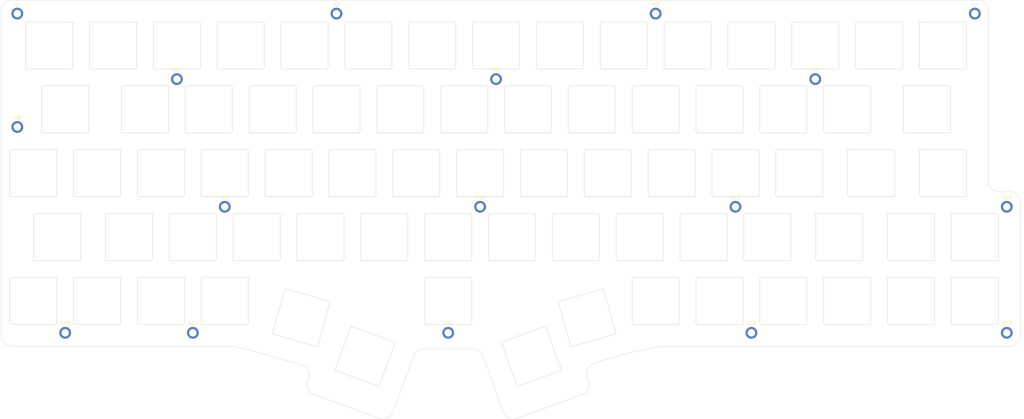
<source format=kicad_pcb>
(kicad_pcb (version 20211014) (generator pcbnew)
  (layers (0 "F.Cu" signal) (31 "B.Cu" signal) (34 "B.Paste" user) (35 "F.Paste" user) (36 "B.SilkS" user "B.Silkscreen") (37 "F.SilkS" user "F.Silkscreen") (38 "B.Mask" user) (39 "F.Mask" user) (44 "Edge.Cuts" user))
  (net 0 "")
  (footprint "MyFootprints:Switch_Cutout" (layer "F.Cu") (at 232.75 57))
  (footprint "MyFootprints:Switch_Cutout" (layer "F.Cu") (at 179.1 81 16))
  (footprint "MyFootprints:Switch_Cutout" (layer "F.Cu") (at 263.625 38))
  (footprint "MyFootprints:MountingHole_2.2mm_M2_ISO7380_Pad" (layer "F.Cu") (at 61.75 85.5))
  (footprint "MyFootprints:MountingHole_2.2mm_M2_ISO7380_Pad" (layer "F.Cu") (at 9.5 -9.5))
  (footprint "MyFootprints:Switch_Cutout" (layer "F.Cu") (at 199.5 19))
  (footprint "MyFootprints:Switch_Cutout" (layer "F.Cu") (at 275.5 76))
  (footprint "MyFootprints:Switch_Cutout" (layer "F.Cu") (at 23.75 19))
  (footprint "MyFootprints:Switch_Cutout" (layer "F.Cu") (at 180.5 19))
  (footprint "MyFootprints:Switch_Cutout" (layer "F.Cu") (at 142.5 19))
  (footprint "MyFootprints:Switch_Cutout" (layer "F.Cu") (at 294.5 76))
  (footprint "MyFootprints:Switch_Cutout" (layer "F.Cu") (at 171 0))
  (footprint "MyFootprints:Switch_Cutout" (layer "F.Cu") (at 104.5 19))
  (footprint "MyFootprints:Switch_Cutout" (layer "F.Cu") (at 218.5 19))
  (footprint "MyFootprints:Switch_Cutout" (layer "F.Cu") (at 194.75 57))
  (footprint "MyFootprints:Switch_Cutout" (layer "F.Cu") (at 218.5 76))
  (footprint "MyFootprints:Switch_Cutout" (layer "F.Cu") (at 76 0))
  (footprint "MyFootprints:Switch_Cutout" (layer "F.Cu") (at 38 0))
  (footprint "MyFootprints:MountingHole_2.2mm_M2_ISO7380_Pad" (layer "F.Cu") (at 57 10))
  (footprint "MyFootprints:Switch_Cutout" (layer "F.Cu") (at 94.025 81 -16))
  (footprint "MyFootprints:MountingHole_2.2mm_M2_ISO7380_Pad" (layer "F.Cu") (at 199.5 -9.5))
  (footprint "MyFootprints:Switch_Cutout" (layer "F.Cu") (at 161.5 19))
  (footprint "MyFootprints:Switch_Cutout" (layer "F.Cu") (at 223.25 38))
  (footprint "MyFootprints:Switch_Cutout" (layer "F.Cu") (at 247 0))
  (footprint "MyFootprints:Switch_Cutout" (layer "F.Cu") (at 204.25 38))
  (footprint "MyFootprints:Switch_Cutout" (layer "F.Cu") (at 113 92.5 70))
  (footprint "MyFootprints:Switch_Cutout" (layer "F.Cu") (at 52.25 38))
  (footprint "MyFootprints:MountingHole_2.2mm_M2_ISO7380_Pad" (layer "F.Cu") (at 71.25 48))
  (footprint "MyFootprints:Switch_Cutout" (layer "F.Cu") (at 71.25 38))
  (footprint "MyFootprints:Switch_Cutout" (layer "F.Cu") (at 57 0))
  (footprint "MyFootprints:Switch_Cutout" (layer "F.Cu") (at 133 0))
  (footprint "MyFootprints:Switch_Cutout" (layer "F.Cu") (at 80.75 57))
  (footprint "MyFootprints:Switch_Cutout" (layer "F.Cu") (at 199.5 76))
  (footprint "MyFootprints:MountingHole_2.2mm_M2_ISO7380_Pad" (layer "F.Cu") (at 304 48))
  (footprint "MyFootprints:MountingHole_2.2mm_M2_ISO7380_Pad" (layer "F.Cu") (at 304 85.5))
  (footprint "MyFootprints:Switch_Cutout" (layer "F.Cu") (at 128.25 38))
  (footprint "MyFootprints:MountingHole_2.2mm_M2_ISO7380_Pad" (layer "F.Cu") (at 152 10))
  (footprint "MyFootprints:Switch_Cutout" (layer "F.Cu") (at 123.5 19))
  (footprint "MyFootprints:MountingHole_2.2mm_M2_ISO7380_Pad" (layer "F.Cu") (at 294.5 -9.5))
  (footprint "MyFootprints:MountingHole_2.2mm_M2_ISO7380_Pad" (layer "F.Cu") (at 223.25 48))
  (footprint "MyFootprints:Switch_Cutout" (layer "F.Cu") (at 33.25 38))
  (footprint "MyFootprints:Switch_Cutout" (layer "F.Cu") (at 21.375 57))
  (footprint "MyFootprints:Switch_Cutout" (layer "F.Cu") (at 285 0))
  (footprint "MyFootprints:Switch_Cutout" (layer "F.Cu") (at 185.25 38))
  (footprint "MyFootprints:Switch_Cutout" (layer "F.Cu") (at 237.5 76))
  (footprint "MyFootprints:Switch_Cutout" (layer "F.Cu") (at 254.125 57))
  (footprint "MyFootprints:Switch_Cutout" (layer "F.Cu") (at 14.25 38))
  (footprint "MyFootprints:Switch_Cutout" (layer "F.Cu") (at 99.75 57))
  (footprint "MyFootprints:Switch_Cutout" (layer "F.Cu") (at 152 0))
  (footprint "MyFootprints:MountingHole_2.2mm_M2_ISO7380_Pad" (layer "F.Cu") (at 147.25 48))
  (footprint "MyFootprints:Switch_Cutout" (layer "F.Cu") (at 19 0))
  (footprint "MyFootprints:Switch_Cutout" (layer "F.Cu") (at 280.25 19))
  (footprint "MyFootprints:Switch_Cutout" (layer "F.Cu") (at 137.75 57))
  (footprint "MyFootprints:Switch_Cutout" (layer "F.Cu") (at 175.75 57))
  (footprint "MyFootprints:Switch_Cutout" (layer "F.Cu") (at 256.5 76))
  (footprint "MyFootprints:Switch_Cutout" (layer "F.Cu") (at 190 0))
  (footprint "MyFootprints:Switch_Cutout" (layer "F.Cu") (at 228 0))
  (footprint "MyFootprints:Switch_Cutout" (layer "F.Cu") (at 52.25 76))
  (footprint "MyFootprints:Switch_Cutout" (layer "F.Cu") (at 162.5 92.5 110))
  (footprint "MyFootprints:Switch_Cutout" (layer "F.Cu") (at 166.25 38))
  (footprint "MyFootprints:Switch_Cutout" (layer "F.Cu") (at 242.25 38))
  (footprint "MyFootprints:Switch_Cutout" (layer "F.Cu") (at 294.5 57))
  (footprint "MyFootprints:Switch_Cutout" (layer "F.Cu") (at 42.75 57))
  (footprint "MyFootprints:MountingHole_2.2mm_M2_ISO7380_Pad" (layer "F.Cu") (at 23.75 85.5))
  (footprint "MyFootprints:Switch_Cutout" (layer "F.Cu") (at 213.75 57))
  (footprint "MyFootprints:Switch_Cutout" (layer "F.Cu") (at 209 0))
  (footprint "MyFootprints:Switch_Cutout" (layer "F.Cu") (at 14.25 76))
  (footprint "MyFootprints:Switch_Cutout" (layer "F.Cu") (at 90.25 38))
  (footprint "MyFootprints:Switch_Cutout" (layer "F.Cu") (at 147.25 38))
  (footprint "MyFootprints:Switch_Cutout" (layer "F.Cu") (at 61.75 57))
  (footprint "MyFootprints:Switch_Cutout" (layer "F.Cu") (at 118.75 57))
  (footprint "MyFootprints:Switch_Cutout" (layer "F.Cu") (at 137.75 76))
  (footprint "MyFootprints:Switch_Cutout" (layer "F.Cu") (at 275.5 57))
  (footprint "MyFootprints:Switch_Cutout" (layer "F.Cu") (at 85.5 19))
  (footprint "MyFootprints:Switch_Cutout" (layer "F.Cu") (at 66.5 19))
  (footprint "MyFootprints:Switch_Cutout" (layer "F.Cu") (at 47.5 19))
  (footprint "MyFootprints:Switch_Cutout" (layer "F.Cu") (at 256.5 19))
  (footprint "MyFootprints:Switch_Cutout" (layer "F.Cu") (at 285 38))
  (footprint "MyFootprints:Switch_Cutout" (layer "F.Cu") (at 156.75 57))
  (footprint "MyFootprints:Switch_Cutout" (layer "F.Cu") (at 33.25 76))
  (footprint "MyFootprints:Switch_Cutout" (layer "F.Cu") (at 237.5 19))
  (footprint "MyFootprints:MountingHole_2.2mm_M2_ISO7380_Pad" (layer "F.Cu") (at 104.5 -9.5))
  (footprint "MyFootprints:Switch_Cutout" (layer "F.Cu") (at 95 0))
  (footprint "MyFootprints:MountingHole_2.2mm_M2_ISO7380_Pad" (layer "F.Cu") (at 247 10))
  (footprint "MyFootprints:Switch_Cutout" (layer "F.Cu") (at 109.25 38))
  (footprint "MyFootprints:MountingHole_2.2mm_M2_ISO7380_Pad" (layer "F.Cu") (at 137.75 85.5))
  (footprint "MyFootprints:Switch_Cutout" (layer "F.Cu") (at 266 0))
  (footprint "MyFootprints:Switch_Cutout" (layer "F.Cu") (at 71.25 76))
  (footprint "MyFootprints:Switch_Cutout" (layer "F.Cu") (at 114 0))
  (footprint "MyFootprints:MountingHole_2.2mm_M2_ISO7380_Pad" (layer "F.Cu") (at 9.5 24.25))
  (footprint "MyFootprints:MountingHole_2.2mm_M2_ISO7380_Pad" (layer "F.Cu") (at 228 85.5))
  (gr_arc (start 200.923088 89.616215) (mid 201.332481 89.529196) (end 201.75 89.5) (layer "Edge.Cuts") (width 0.1))
  (gr_line (start 95.91064 99.98127) (end 96.25266 99.041577) (layer "Edge.Cuts") (width 0.1))
  (gr_arc (start 158.062797 111.008831) (mid 155.768882 110.908677) (end 154.217658 109.215814) (layer "Edge.Cuts") (width 0.1))
  (gr_line (start 7.75 -13.5) (end 295.5 -13.5) (layer "Edge.Cuts") (width 0.1))
  (gr_line (start 182.821104 93.977032) (end 191.95309 91.358478) (layer "Edge.Cuts") (width 0.1))
  (gr_line (start 191.95309 91.358478) (end 200.923088 89.616215) (layer "Edge.Cuts") (width 0.1))
  (gr_arc (start 301.5 43.5) (mid 299.37868 42.62132) (end 298.5 40.5) (layer "Edge.Cuts") (width 0.1))
  (gr_line (start 308 86.5) (end 308 46.5) (layer "Edge.Cuts") (width 0.1))
  (gr_line (start 121.282341 109.215814) (end 127.438703 92.301347) (layer "Edge.Cuts") (width 0.1))
  (gr_arc (start 7.75 89.5) (mid 5.62868 88.62132) (end 4.75 86.5) (layer "Edge.Cuts") (width 0.1))
  (gr_arc (start 4.75 -10.5) (mid 5.62868 -12.62132) (end 7.75 -13.5) (layer "Edge.Cuts") (width 0.1))
  (gr_arc (start 308 86.5) (mid 307.12132 88.62132) (end 305 89.5) (layer "Edge.Cuts") (width 0.1))
  (gr_line (start 305 43.5) (end 301.5 43.5) (layer "Edge.Cuts") (width 0.1))
  (gr_arc (start 305 43.5) (mid 307.12132 44.37868) (end 308 46.5) (layer "Edge.Cuts") (width 0.1))
  (gr_line (start 179.589359 99.98127) (end 179.076329 98.571731) (layer "Edge.Cuts") (width 0.1))
  (gr_line (start 154.217658 109.215814) (end 148.061296 92.301347) (layer "Edge.Cuts") (width 0.1))
  (gr_line (start 177.796342 103.826408) (end 158.062797 111.008831) (layer "Edge.Cuts") (width 0.1))
  (gr_arc (start 179.076329 98.571731) (mid 179.222388 96.183699) (end 181.068495 94.661886) (layer "Edge.Cuts") (width 0.1))
  (gr_line (start 78.888913 90.703839) (end 74.076912 89.616215) (layer "Edge.Cuts") (width 0.1))
  (gr_line (start 4.75 -10.5) (end 4.75 25.5) (layer "Edge.Cuts") (width 0.1))
  (gr_line (start 181.068495 94.661886) (end 182.821104 93.977032) (layer "Edge.Cuts") (width 0.1))
  (gr_line (start 201.75 89.5) (end 305 89.5) (layer "Edge.Cuts") (width 0.1))
  (gr_line (start 97.703657 103.826408) (end 117.437202 111.008831) (layer "Edge.Cuts") (width 0.1))
  (gr_line (start 90.303895 93.977032) (end 94.29 95.131732) (layer "Edge.Cuts") (width 0.1))
  (gr_line (start 78.888913 90.703839) (end 90.303895 93.977032) (layer "Edge.Cuts") (width 0.1))
  (gr_arc (start 145.242218 90.327407) (mid 146.962947 90.869951) (end 148.061296 92.301347) (layer "Edge.Cuts") (width 0.1))
  (gr_arc (start 179.589359 99.981269) (mid 179.489205 102.275184) (end 177.796342 103.826408) (layer "Edge.Cuts") (width 0.1))
  (gr_arc (start 94.260494 95.131732) (mid 96.106601 96.653545) (end 96.25266 99.041577) (layer "Edge.Cuts") (width 0.1))
  (gr_arc (start 295.5 -13.5) (mid 297.62132 -12.62132) (end 298.5 -10.5) (layer "Edge.Cuts") (width 0.1))
  (gr_arc (start 121.282341 109.215814) (mid 119.731117 110.908677) (end 117.437202 111.008831) (layer "Edge.Cuts") (width 0.1))
  (gr_arc (start 127.438703 92.301347) (mid 128.537052 90.869951) (end 130.257781 90.327407) (layer "Edge.Cuts") (width 0.1))
  (gr_line (start 130.25 90.327407) (end 145.242218 90.327407) (layer "Edge.Cuts") (width 0.1))
  (gr_line (start 7.75 89.5) (end 73.25 89.5) (layer "Edge.Cuts") (width 0.1))
  (gr_arc (start 73.25 89.5) (mid 73.667519 89.529196) (end 74.076912 89.616215) (layer "Edge.Cuts") (width 0.1))
  (gr_line (start 298.5 40.5) (end 298.5 -10.5) (layer "Edge.Cuts") (width 0.1))
  (gr_line (start 4.75 25.5) (end 4.75 86.5) (layer "Edge.Cuts") (width 0.1))
  (gr_arc (start 97.703657 103.826408) (mid 96.010794 102.275184) (end 95.91064 99.981269) (layer "Edge.Cuts") (width 0.1))
)
</source>
